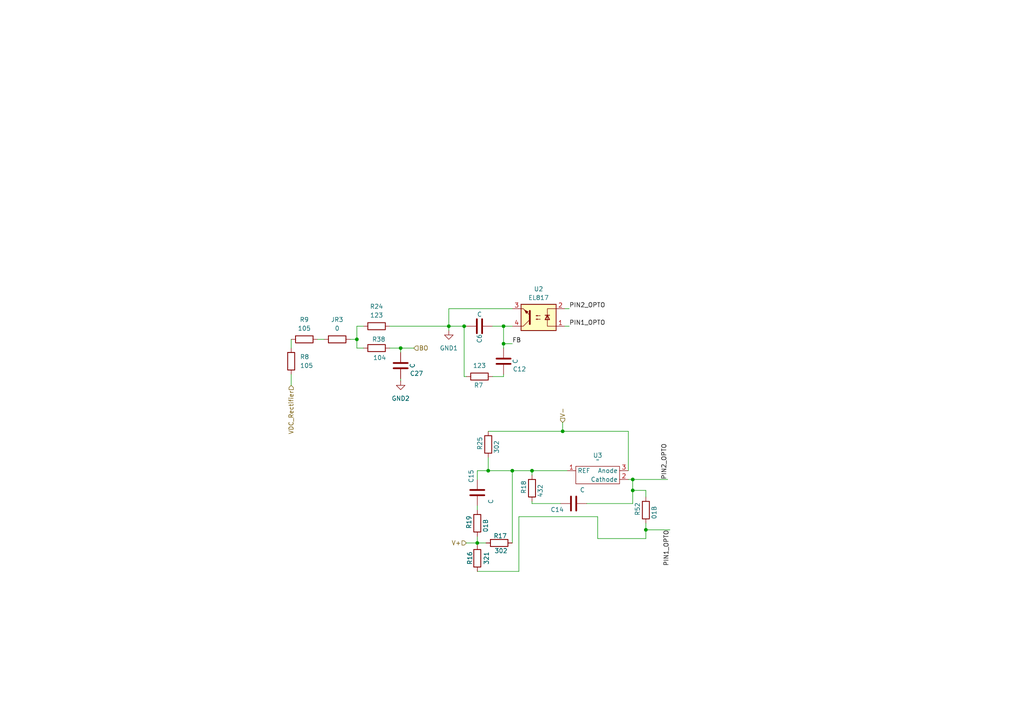
<source format=kicad_sch>
(kicad_sch (version 20250114) (generator "eeschema") (generator_version "9.0")
  (paper "A4")
  (lib_symbols
    (symbol "C_1" (pin_numbers (hide yes)) (pin_names (offset 0.254) (hide yes))
      (property "Reference" "C" (at 0.635 2.54 0))
      (property "Value" "C" (at 0.635 -2.54 0))
      (symbol "C_1_0_1"
        (polyline (pts (xy -2.032 0.762) (xy 2.032 0.762)) (stroke (width 0.508)))
        (polyline (pts (xy -2.032 -0.762) (xy 2.032 -0.762)) (stroke (width 0.508)))
      )
      (symbol "C_1_1_1"
        (pin passive line (at 0 3.81 270) (length 2.794) (name "~") (number "1"))
        (pin passive line (at 0 -3.81 90) (length 2.794) (name "~") (number "2"))
      )
    )
    (symbol "Device:C" (pin_numbers (hide yes)) (pin_names (offset 0.254))
      (property "Reference" "C" (at 0.635 2.54 0))
      (property "Value" "C" (at 0.635 -2.54 0))
      (symbol "C_0_1"
        (polyline (pts (xy -2.032 0.762) (xy 2.032 0.762)) (stroke (width 0.508)))
        (polyline (pts (xy -2.032 -0.762) (xy 2.032 -0.762)) (stroke (width 0.508)))
      )
      (symbol "C_1_1"
        (pin passive line (at 0 3.81 270) (length 2.794) (name "~") (number "1"))
        (pin passive line (at 0 -3.81 90) (length 2.794) (name "~") (number "2"))
      )
    )
    (symbol "Device:R" (pin_numbers (hide yes)) (pin_names (offset 0))
      (property "Reference" "R" (at 2.032 0 90))
      (property "Value" "R" (at 0 0 90))
      (symbol "R_0_1"
        (rectangle (start -1.016 -2.54) (end 1.016 2.54) (stroke (width 0.254)))
      )
      (symbol "R_1_1"
        (pin passive line (at 0 3.81 270) (length 1.27) (name "~") (number "1"))
        (pin passive line (at 0 -3.81 90) (length 1.27) (name "~") (number "2"))
      )
    )
    (symbol "IC:EA1_az431"
      (property "Reference" "U" (at 0 0 0))
      (symbol "EA1_az431_0_1"
        (rectangle (start -6.35 2.54) (end 6.35 -2.54))
      )
      (symbol "EA1_az431_1_1"
        (pin input line (at -8.89 1.27 0) (length 2.54) (name "REF") (number "1"))
        (pin input line (at 8.89 1.27 180) (length 2.54) (name "Anode") (number "3"))
        (pin input line (at 8.89 -1.27 180) (length 2.54) (name "Cathode") (number "2"))
      )
    )
    (symbol "Isolator:EL817" (pin_names (offset 1.016))
      (property "Reference" "U" (at -5.08 5.08 0))
      (property "Value" "EL817" (at 0 5.08 0))
      (symbol "EL817_0_1"
        (rectangle (start -5.08 3.81) (end 5.08 -3.81) (stroke (width 0.254)) (fill (type background)))
        (polyline (pts (xy -5.08 2.54) (xy -2.54 2.54) (xy -2.54 -0.635)))
        (polyline (pts (xy -3.175 -0.635) (xy -1.905 -0.635)) (stroke (width 0.254)))
        (polyline (pts (xy -2.54 -0.635) (xy -2.54 -2.54) (xy -5.08 -2.54)))
        (polyline (pts (xy -2.54 -0.635) (xy -3.175 0.635) (xy -1.905 0.635) (xy -2.54 -0.635)) (stroke (width 0.254)))
        (polyline (pts (xy -0.508 0.508) (xy 0.762 0.508) (xy 0.381 0.381) (xy 0.381 0.635) (xy 0.762 0.508)))
        (polyline (pts (xy -0.508 -0.508) (xy 0.762 -0.508) (xy 0.381 -0.635) (xy 0.381 -0.381) (xy 0.762 -0.508)))
        (polyline (pts (xy 2.54 1.905) (xy 2.54 -1.905) (xy 2.54 -1.905)) (stroke (width 0.508)))
        (polyline (pts (xy 2.54 0.635) (xy 4.445 2.54)))
        (polyline (pts (xy 3.048 -1.651) (xy 3.556 -1.143) (xy 4.064 -2.159) (xy 3.048 -1.651) (xy 3.048 -1.651)) (fill (type outline)))
        (polyline (pts (xy 4.445 2.54) (xy 5.08 2.54)))
        (polyline (pts (xy 4.445 -2.54) (xy 2.54 -0.635)) (fill (type outline)))
        (polyline (pts (xy 4.445 -2.54) (xy 5.08 -2.54)))
      )
      (symbol "EL817_1_1"
        (pin passive line (at -7.62 2.54 0) (length 2.54) (name "~") (number "1"))
        (pin passive line (at -7.62 -2.54 0) (length 2.54) (name "~") (number "2"))
        (pin passive line (at 7.62 2.54 180) (length 2.54) (name "~") (number "4"))
        (pin passive line (at 7.62 -2.54 180) (length 2.54) (name "~") (number "3"))
      )
    )
    (symbol "power:GND1" (power) (pin_numbers (hide yes)) (pin_names (offset 0) (hide yes))
      (property "Value" "GND1" (at 0 -3.81 0))
      (symbol "GND1_0_1"
        (polyline (pts (xy 0 0) (xy 0 -1.27) (xy 1.27 -1.27) (xy 0 -2.54) (xy -1.27 -1.27) (xy 0 -1.27)))
      )
      (symbol "GND1_1_1"
        (pin power_in line (at 0 0 270) (length 0) (name "~") (number "1"))
      )
    )
    (symbol "power:GND2" (power) (pin_numbers (hide yes)) (pin_names (offset 0) (hide yes))
      (property "Value" "GND2" (at 0 -3.81 0))
      (symbol "GND2_0_1"
        (polyline (pts (xy 0 0) (xy 0 -1.27) (xy 1.27 -1.27) (xy 0 -2.54) (xy -1.27 -1.27) (xy 0 -1.27)))
      )
      (symbol "GND2_1_1"
        (pin power_in line (at 0 0 270) (length 0) (name "~") (number "1"))
      )
    )
  )
  (junction (at 148.59 136.525))
  (junction (at 141.605 136.525))
  (junction (at 183.515 142.24))
  (junction (at 103.505 98.425))
  (junction (at 130.175 94.615))
  (junction (at 146.05 94.615))
  (junction (at 116.205 100.965))
  (junction (at 138.43 157.48))
  (junction (at 187.325 153.67))
  (junction (at 146.05 99.695))
  (junction (at 154.305 136.525))
  (junction (at 183.515 139.065))
  (junction (at 163.195 125.095))
  (junction (at 134.62 94.615))
  (wire (pts (xy 141.605 125.095) (xy 163.195 125.095)))
  (wire (pts (xy 135.255 157.48) (xy 138.43 157.48)))
  (wire (pts (xy 187.325 156.21) (xy 173.355 156.21)))
  (wire (pts (xy 138.43 136.525) (xy 138.43 139.065)))
  (wire (pts (xy 134.62 109.22) (xy 135.255 109.22)))
  (wire (pts (xy 138.43 157.48) (xy 138.43 158.115)))
  (wire (pts (xy 187.325 153.67) (xy 187.325 156.21)))
  (wire (pts (xy 92.075 98.425) (xy 93.98 98.425)))
  (wire (pts (xy 148.59 136.525) (xy 154.305 136.525)))
  (wire (pts (xy 150.495 165.735) (xy 138.43 165.735)))
  (wire (pts (xy 138.43 157.48) (xy 140.97 157.48)))
  (wire (pts (xy 154.305 146.05) (xy 154.305 145.415)))
  (wire (pts (xy 183.515 139.065) (xy 193.675 139.065)))
  (wire (pts (xy 113.03 94.615) (xy 130.175 94.615)))
  (wire (pts (xy 130.175 94.615) (xy 134.62 94.615)))
  (wire (pts (xy 138.43 157.48) (xy 138.43 155.575)))
  (wire (pts (xy 142.875 94.615) (xy 146.05 94.615)))
  (wire (pts (xy 103.505 94.615) (xy 105.41 94.615)))
  (wire (pts (xy 146.05 99.695) (xy 146.05 100.965)))
  (wire (pts (xy 187.325 142.24) (xy 183.515 142.24)))
  (wire (pts (xy 187.325 142.24) (xy 187.325 144.145)))
  (wire (pts (xy 146.05 108.585) (xy 146.05 109.22)))
  (wire (pts (xy 163.195 125.095) (xy 182.245 125.095)))
  (wire (pts (xy 148.59 89.535) (xy 130.175 89.535)))
  (wire (pts (xy 183.515 139.065) (xy 183.515 142.24)))
  (wire (pts (xy 130.175 94.615) (xy 130.175 95.885)))
  (wire (pts (xy 134.62 94.615) (xy 134.62 109.22)))
  (wire (pts (xy 141.605 136.525) (xy 148.59 136.525)))
  (wire (pts (xy 154.305 136.525) (xy 164.465 136.525)))
  (wire (pts (xy 148.59 136.525) (xy 148.59 157.48)))
  (wire (pts (xy 103.505 98.425) (xy 101.6 98.425)))
  (wire (pts (xy 141.605 132.715) (xy 141.605 136.525)))
  (wire (pts (xy 113.03 100.965) (xy 116.205 100.965)))
  (wire (pts (xy 84.455 108.585) (xy 84.455 111.76)))
  (wire (pts (xy 183.515 142.24) (xy 183.515 146.05)))
  (wire (pts (xy 173.355 156.21) (xy 173.355 149.86)))
  (wire (pts (xy 150.495 149.86) (xy 150.495 165.735)))
  (wire (pts (xy 103.505 100.965) (xy 103.505 98.425)))
  (wire (pts (xy 84.455 98.425) (xy 84.455 100.965)))
  (wire (pts (xy 194.31 153.67) (xy 187.325 153.67)))
  (wire (pts (xy 163.195 122.555) (xy 163.195 125.095)))
  (wire (pts (xy 187.325 151.765) (xy 187.325 153.67)))
  (wire (pts (xy 182.245 136.525) (xy 182.245 125.095)))
  (wire (pts (xy 116.205 100.965) (xy 120.015 100.965)))
  (wire (pts (xy 170.18 146.05) (xy 183.515 146.05)))
  (wire (pts (xy 173.355 149.86) (xy 150.495 149.86)))
  (wire (pts (xy 130.175 89.535) (xy 130.175 94.615)))
  (wire (pts (xy 134.62 94.615) (xy 135.255 94.615)))
  (wire (pts (xy 162.56 146.05) (xy 154.305 146.05)))
  (wire (pts (xy 163.83 89.535) (xy 165.1 89.535)))
  (wire (pts (xy 154.305 136.525) (xy 154.305 137.795)))
  (wire (pts (xy 138.43 146.685) (xy 138.43 147.955)))
  (wire (pts (xy 146.05 94.615) (xy 148.59 94.615)))
  (wire (pts (xy 105.41 100.965) (xy 103.505 100.965)))
  (wire (pts (xy 148.59 99.695) (xy 146.05 99.695)))
  (wire (pts (xy 141.605 136.525) (xy 138.43 136.525)))
  (wire (pts (xy 103.505 94.615) (xy 103.505 98.425)))
  (wire (pts (xy 116.205 110.49) (xy 116.205 109.855)))
  (wire (pts (xy 142.875 109.22) (xy 146.05 109.22)))
  (wire (pts (xy 116.205 100.965) (xy 116.205 102.235)))
  (wire (pts (xy 146.05 94.615) (xy 146.05 99.695)))
  (wire (pts (xy 182.245 139.065) (xy 183.515 139.065)))
  (wire (pts (xy 163.83 94.615) (xy 165.1 94.615)))
  (label "FB" (at 148.59 99.695 0))
  (label "PIN1_OPTO" (at 194.31 153.67 270))
  (label "PIN2_OPTO" (at 165.1 89.535 0))
  (label "PIN1_OPTO" (at 165.1 94.615 0))
  (label "PIN2_OPTO" (at 193.675 139.065 90))
  (hierarchical_label "V-" (shape input) (at 163.195 122.555 90))
  (hierarchical_label "VDC_Rectifier" (shape input) (at 84.455 111.76 270))
  (hierarchical_label "V+" (shape input) (at 135.255 157.48 180))
  (hierarchical_label "BO" (shape input) (at 120.015 100.965 0))
  (symbol (lib_id "Device:R") (at 144.78 157.48 90) (unit 1)
    (property "Reference" "R17" (at 143.129 155.448 90) (effects (justify right)))
    (property "Value" "302" (at 143.383 159.766 90) (effects (justify right)))
    (property "Description" "Resistor" (effects (hide yes)))
  )
  (symbol (lib_id "Device:C") (at 166.37 146.05 90) (unit 1)
    (property "Reference" "C14" (at 163.576 147.828 90) (effects (justify left)))
    (property "Value" "C" (at 169.672 142.113 90) (effects (justify left)))
    (property "Datasheet" "https://www.mouser.com/catalog/supplier/library/pdf/MurataHighVoltageCeramic.pdf" (effects (hide yes)))
    (property "Description" "Unpolarized capacitor" (effects (hide yes)))
  )
  (symbol (lib_id "Isolator:EL817") (at 156.21 92.075 180) (unit 1)
    (property "Reference" "U2" (at 156.21 83.82 0))
    (property "Value" "EL817" (at 156.21 86.36 0))
    (property "Footprint" "Package_DIP:DIP-4_W7.62mm" (effects (hide yes)))
    (property "Datasheet" "http://www.everlight.com/file/ProductFile/EL817.pdf" (effects (hide yes)))
    (property "Description" "DC Optocoupler, Vce 35V, DIP-4" (effects (hide yes)))
  )
  (symbol (lib_id "Device:R") (at 97.79 98.425 270) (unit 1)
    (property "Reference" "JR3" (at 97.79 92.71 90))
    (property "Value" "0" (at 97.79 95.25 90))
    (property "Description" "Resistor" (effects (hide yes)))
  )
  (symbol (lib_name "C_1") (lib_id "Device:C") (at 146.05 104.775 0) (unit 1)
    (property "Reference" "C12" (at 148.717 107.061 0) (effects (justify left)))
    (property "Value" "C" (at 149.479 105.537 90) (effects (justify left)))
    (property "Datasheet" "https://www.mouser.com/catalog/supplier/library/pdf/MurataHighVoltageCeramic.pdf" (effects (hide yes)))
    (property "Description" "Unpolarized capacitor" (effects (hide yes)))
  )
  (symbol (lib_id "Device:C") (at 138.43 142.875 0) (unit 1)
    (property "Reference" "C15" (at 136.652 140.081 90) (effects (justify left)))
    (property "Value" "C" (at 142.367 146.177 90) (effects (justify left)))
    (property "Datasheet" "https://www.mouser.com/catalog/supplier/library/pdf/MurataHighVoltageCeramic.pdf" (effects (hide yes)))
    (property "Description" "Unpolarized capacitor" (effects (hide yes)))
  )
  (symbol (lib_id "Device:R") (at 88.265 98.425 270) (unit 1)
    (property "Reference" "R9" (at 88.265 92.71 90))
    (property "Value" "105" (at 88.265 95.25 90))
    (property "Description" "Resistor" (effects (hide yes)))
  )
  (symbol (lib_id "Device:R") (at 84.455 104.775 0) (unit 1)
    (property "Reference" "R8" (at 86.995 103.5049 0) (effects (justify left)))
    (property "Value" "105" (at 86.995 106.0449 0) (effects (justify left)))
    (property "Description" "Resistor" (effects (hide yes)))
  )
  (symbol (lib_id "Device:R") (at 141.605 128.905 180) (unit 1)
    (property "Reference" "R25" (at 139.192 130.556 90) (effects (justify right)))
    (property "Value" "302" (at 144.018 131.572 90) (effects (justify right)))
    (property "Description" "Resistor" (effects (hide yes)))
  )
  (symbol (lib_id "power:GND1") (at 130.175 95.885 0) (unit 1)
    (property "Reference" "#PWR07" (effects (hide yes)))
    (property "Value" "GND1" (at 130.175 100.965 0))
    (property "Description" "Power symbol creates a global label with name \"GND1\" , ground" (effects (hide yes)))
  )
  (symbol (lib_id "Device:R") (at 187.325 147.955 180) (unit 1)
    (property "Reference" "R52" (at 184.912 149.606 90) (effects (justify right)))
    (property "Value" "01B" (at 189.738 150.622 90) (effects (justify right)))
    (property "Description" "Resistor" (effects (hide yes)))
  )
  (symbol (lib_id "Device:R") (at 138.43 151.765 180) (unit 1)
    (property "Reference" "R19" (at 136.017 153.416 90) (effects (justify right)))
    (property "Value" "01B" (at 140.843 154.432 90) (effects (justify right)))
    (property "Description" "Resistor" (effects (hide yes)))
  )
  (symbol (lib_id "Device:R") (at 154.305 141.605 180) (unit 1)
    (property "Reference" "R18" (at 151.892 143.256 90) (effects (justify right)))
    (property "Value" "432" (at 156.718 144.272 90) (effects (justify right)))
    (property "Description" "Resistor" (effects (hide yes)))
  )
  (symbol (lib_id "IC:EA1_az431") (at 173.355 137.795 0) (unit 1)
    (property "Reference" "U3" (at 173.355 132.08 0))
    (property "Value" "~" (at 173.355 133.35 0))
    (property "Footprint" "ic:EA1_az431" (effects (hide yes)))
    (property "Datasheet" "https://www.alldatasheet.com/datasheet-pdf/view/137251/BCDSEMI/AZ431AN-ATRE1.html" (effects (hide yes)))
  )
  (symbol (lib_id "Device:R") (at 139.065 109.22 270) (unit 1)
    (property "Reference" "R7" (at 138.811 111.76 90))
    (property "Value" "123" (at 139.065 106.045 90))
    (property "Description" "Resistor" (effects (hide yes)))
  )
  (symbol (lib_id "Device:C") (at 139.065 94.615 90) (unit 1)
    (property "Reference" "C6" (at 139.065 99.568 0) (effects (justify left)))
    (property "Value" "C" (at 139.827 91.186 90) (effects (justify left)))
    (property "Datasheet" "https://www.mouser.com/catalog/supplier/library/pdf/MurataHighVoltageCeramic.pdf" (effects (hide yes)))
    (property "Description" "Unpolarized capacitor" (effects (hide yes)))
  )
  (symbol (lib_name "C_1") (lib_id "Device:C") (at 116.205 106.045 0) (unit 1)
    (property "Reference" "C27" (at 118.872 108.331 0) (effects (justify left)))
    (property "Value" "C" (at 119.634 106.807 90) (effects (justify left)))
    (property "Datasheet" "https://www.mouser.com/catalog/supplier/library/pdf/MurataHighVoltageCeramic.pdf" (effects (hide yes)))
    (property "Description" "Unpolarized capacitor" (effects (hide yes)))
  )
  (symbol (lib_id "power:GND2") (at 116.205 110.49 0) (unit 1)
    (property "Reference" "#PWR017" (effects (hide yes)))
    (property "Value" "GND2" (at 116.205 115.57 0))
    (property "Description" "Power symbol creates a global label with name \"GND2\" , ground" (effects (hide yes)))
  )
  (symbol (lib_id "Device:R") (at 138.43 161.925 180) (unit 1)
    (property "Reference" "R16" (at 136.271 163.83 90) (effects (justify right)))
    (property "Value" "321" (at 141.097 163.83 90) (effects (justify right)))
    (property "Description" "Resistor" (effects (hide yes)))
  )
  (symbol (lib_id "Device:R") (at 109.22 94.615 270) (unit 1)
    (property "Reference" "R24" (at 109.22 88.9 90))
    (property "Value" "123" (at 109.22 91.44 90))
    (property "Description" "Resistor" (effects (hide yes)))
  )
  (symbol (lib_id "Device:R") (at 109.22 100.965 270) (unit 1)
    (property "Reference" "R38" (at 109.855 98.425 90))
    (property "Value" "104" (at 110.109 103.759 90))
    (property "Description" "Resistor" (effects (hide yes)))
  )
)
</source>
